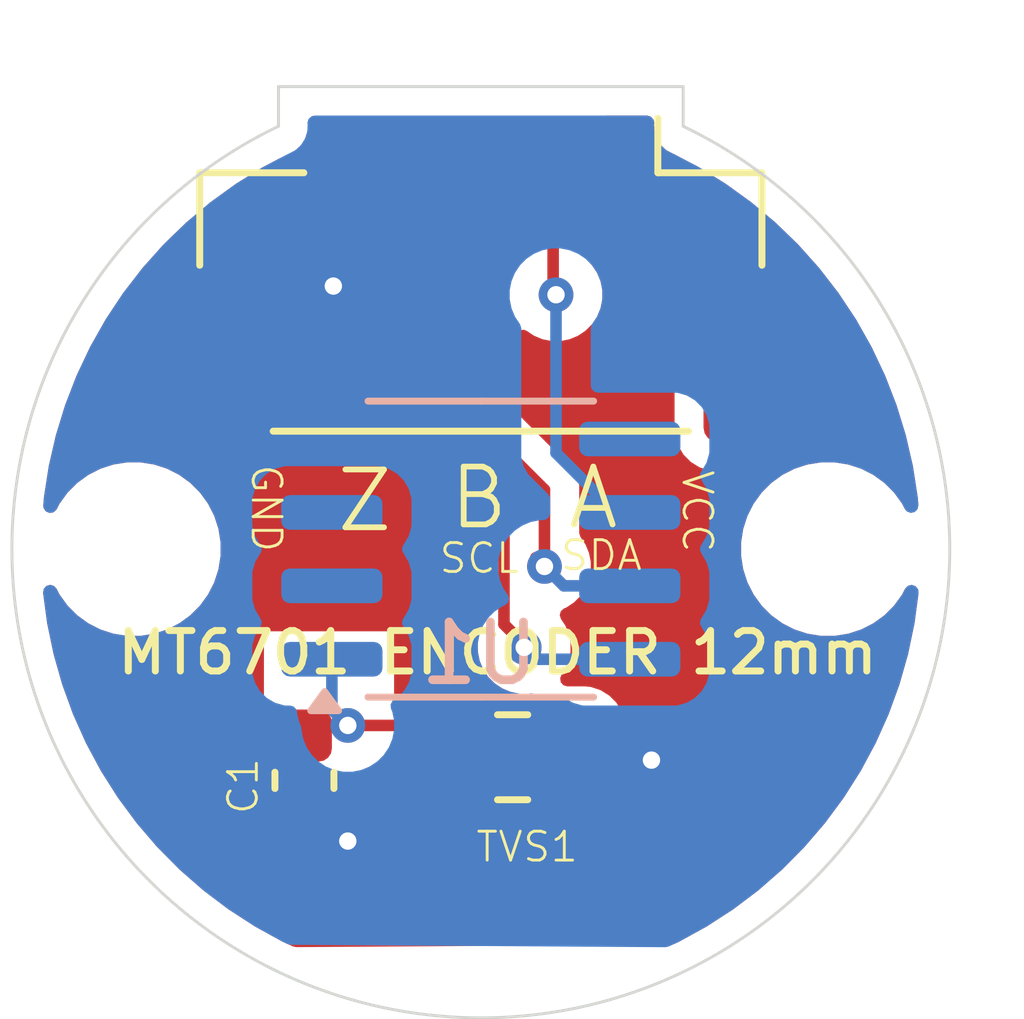
<source format=kicad_pcb>
(kicad_pcb (version 20241229) (generator "pcbnew") (generator_version "9.0")
  (layers (0 "F.Cu" signal) (2 "B.Cu" signal) (13 "F.Paste" user) (15 "B.Paste" user) (5 "F.SilkS" user "F.Silkscreen") (7 "B.SilkS" user "B.Silkscreen") (1 "F.Mask" user) (3 "B.Mask" user) (25 "Edge.Cuts" user))
  (net 0 "")
  (net 1 "Vcc")
  (net 2 "GND")
  (net 3 "ENC_A")
  (net 4 "ENC_B")
  (net 7 "ENC_Z")
  (footprint "Capacitor_SMD:C_0805_2012Metric" (layer "F.Cu") (at 100.55 103.6)
    (property "Reference" "TVS1" (at 0.25 1.55 0) (layer "F.SilkS") (effects (font (size 0.5 0.5) (thickness 0.05))))
    (property "Value" "SMFJ6.0A / SMFJ6.0CA")
    (fp_line (start -0.261252 -0.735) (end 0.261252 -0.735) (stroke (width 0.12)) (layer "F.SilkS"))
    (fp_line (start -0.261252 0.735) (end 0.261252 0.735) (stroke (width 0.12)) (layer "F.SilkS"))
    (pad "1" smd roundrect (at -0.95 0) (size 1 1.45) (layers "F.Cu" "F.Mask" "F.Paste") (net 1 "Vcc"))
    (pad "2" smd roundrect (at 0.95 0) (size 1 1.45) (layers "F.Cu" "F.Mask" "F.Paste") (net 2 "GND"))
  )
  (footprint "Capacitor_SMD:C_0603_1608Metric" (layer "F.Cu") (at 96.95 104 -90)
    (property "Reference" "C1" (at 0.1 1.06 90) (layer "F.SilkS") (effects (font (size 0.5 0.5) (thickness 0.05))))
    (property "Value" "C_Small")
    (fp_line (start -0.14058 0.51) (end 0.14058 0.51) (stroke (width 0.12)) (layer "F.SilkS"))
    (fp_line (start -0.14058 -0.51) (end 0.14058 -0.51) (stroke (width 0.12)) (layer "F.SilkS"))
    (pad "1" smd roundrect (at -0.775 0 270) (size 0.9 0.95) (layers "F.Cu" "F.Mask" "F.Paste") (net 1 "Vcc"))
    (pad "2" smd roundrect (at 0.775 0 270) (size 0.9 0.95) (layers "F.Cu" "F.Mask" "F.Paste") (net 2 "GND"))
  )
  (footprint "" (layer "F.Cu") (at 94 100)
    (property "Reference" "" (at 0 0 0) (layer "F.SilkS") (effects (font (size 1.27 1.27))))
    (property "Value" "")
    (pad "" np_thru_hole circle (at 0 0) (size 2.5 2.5) (drill 2.5) (layers "*.Cu" "*.Mask"))
  )
  (footprint "" (layer "F.Cu") (at 106 100)
    (property "Reference" "" (at 0 0 0) (layer "F.SilkS") (effects (font (size 1.27 1.27))))
    (property "Value" "")
    (pad "" np_thru_hole circle (at 0 0) (size 2.5 2.5) (drill 2.5) (layers "*.Cu" "*.Mask"))
  )
  (footprint "Connector_JST:JST_GH_BM05B-GHS-TBT_1x05-1MP_P1.25mm_Vertical" (layer "F.Cu") (at 100 95.35 180)
    (property "Reference" "J5" (hide yes))
    (property "Value" "Conn_01x05")
    (fp_line (start 4.86 1.86) (end 3.06 1.86) (stroke (width 0.12)) (layer "F.SilkS"))
    (fp_line (start 4.86 0.26) (end 4.86 1.86) (stroke (width 0.12)) (layer "F.SilkS"))
    (fp_line (start -3.06 1.86) (end -3.06 2.8) (stroke (width 0.12)) (layer "F.SilkS"))
    (fp_line (start -3.59 -2.61) (end 3.59 -2.61) (stroke (width 0.12)) (layer "F.SilkS"))
    (fp_line (start -4.86 1.86) (end -3.06 1.86) (stroke (width 0.12)) (layer "F.SilkS"))
    (fp_line (start -4.86 0.26) (end -4.86 1.86) (stroke (width 0.12)) (layer "F.SilkS"))
    (pad "1" smd roundrect (at -2.5 1.95 180) (size 0.6 1.7) (layers "F.Cu" "F.Mask" "F.Paste") (net 1 "Vcc"))
    (pad "2" smd roundrect (at -1.25 1.95 180) (size 0.6 1.7) (layers "F.Cu" "F.Mask" "F.Paste") (net 3 "ENC_A"))
    (pad "3" smd roundrect (at 0 1.95 180) (size 0.6 1.7) (layers "F.Cu" "F.Mask" "F.Paste") (net 4 "ENC_B"))
    (pad "4" smd roundrect (at 1.25 1.95 180) (size 0.6 1.7) (layers "F.Cu" "F.Mask" "F.Paste") (net 7 "ENC_Z"))
    (pad "5" smd roundrect (at 2.5 1.95 180) (size 0.6 1.7) (layers "F.Cu" "F.Mask" "F.Paste") (net 2 "GND"))
    (pad "MP" smd roundrect (at -4.35 -1.4 180) (size 1 2.8) (layers "F.Cu" "F.Mask" "F.Paste"))
    (pad "MP" smd roundrect (at 4.35 -1.4 180) (size 1 2.8) (layers "F.Cu" "F.Mask" "F.Paste"))
  )
  (footprint "Package_SO:SO-8_3.9x4.9mm_P1.27mm" (layer "B.Cu") (at 100 100)
    (property "Reference" "U1" (at -0.025 1.805 0) (layer "B.SilkS") (effects (justify mirror)))
    (property "Value" "MT6701CT")
    (fp_line (start 0 -2.56) (end -1.95 -2.56) (stroke (width 0.12)) (layer "B.SilkS"))
    (fp_line (start 0 -2.56) (end 1.95 -2.56) (stroke (width 0.12)) (layer "B.SilkS"))
    (fp_line (start 0 2.56) (end -1.95 2.56) (stroke (width 0.12)) (layer "B.SilkS"))
    (fp_line (start 0 2.56) (end 1.95 2.56) (stroke (width 0.12)) (layer "B.SilkS"))
    (fp_poly (pts (xy -2.7 2.465) (xy -2.94 2.795) (xy -2.46 2.795) (xy -2.7 2.465)) (stroke (width 0.12)) (fill yes) (layer "B.SilkS"))
    (pad "1" smd roundrect (at -2.575 1.905) (size 1.75 0.6) (layers "B.Cu" "B.Mask" "B.Paste") (net 1 "Vcc"))
    (pad "2" smd roundrect (at -2.575 0.635) (size 1.75 0.6) (layers "B.Cu" "B.Mask" "B.Paste"))
    (pad "3" smd roundrect (at -2.575 -0.635) (size 1.75 0.6) (layers "B.Cu" "B.Mask" "B.Paste"))
    (pad "4" smd roundrect (at -2.575 -1.905) (size 1.75 0.6) (layers "B.Cu" "B.Mask" "B.Paste") (net 2 "GND"))
    (pad "5" smd roundrect (at 2.575 -1.905) (size 1.75 0.6) (layers "B.Cu" "B.Mask" "B.Paste"))
    (pad "6" smd roundrect (at 2.575 -0.635) (size 1.75 0.6) (layers "B.Cu" "B.Mask" "B.Paste") (net 3 "ENC_A"))
    (pad "7" smd roundrect (at 2.575 0.635) (size 1.75 0.6) (layers "B.Cu" "B.Mask" "B.Paste") (net 4 "ENC_B"))
    (pad "8" smd roundrect (at 2.575 1.905) (size 1.75 0.6) (layers "B.Cu" "B.Mask" "B.Paste") (net 7 "ENC_Z"))
  )
  (gr_line (start 103.498509 92) (end 96.501491 92) (stroke (width 0.05)) (layer "Edge.Cuts"))
  (gr_arc (start 103.498509 92.686422) (mid 100 108.107278) (end 96.501491 92.686423) (stroke (width 0.05)) (layer "Edge.Cuts"))
  (gr_line (start 103.498509 92.686422) (end 103.498509 92) (stroke (width 0.05)) (layer "Edge.Cuts"))
  (gr_line (start 96.501491 92) (end 96.501491 92.686423) (stroke (width 0.05)) (layer "Edge.Cuts"))
  (gr_text "GND" (at 96 98.5 270) (layer "F.SilkS") (effects (font (size 0.5 0.5) (thickness 0.05)) (justify left bottom)))
  (gr_text "SDA" (at 101.35 100.4 0) (layer "F.SilkS") (effects (font (size 0.5 0.5) (thickness 0.05)) (justify left bottom)))
  (gr_text "SCL\n" (at 99.25 100.45 0) (layer "F.SilkS") (effects (font (size 0.5 0.5) (thickness 0.05)) (justify left bottom)))
  (gr_text "VCC\n" (at 103.45 98.6 270) (layer "F.SilkS") (effects (font (size 0.5 0.5) (thickness 0.05)) (justify left bottom)))
  (gr_text "B" (at 99.4 99.7 0) (layer "F.SilkS") (effects (font (size 1 1) (thickness 0.1)) (justify left bottom)))
  (gr_text "MT6701 ENCODER 12mm" (at 100.288748 102.2 0) (layer "F.SilkS") (effects (font (size 0.7 0.7) (thickness 0.12) (bold yes)) (justify bottom)))
  (gr_text "Z" (at 97.45 99.75 0) (layer "F.SilkS") (effects (font (size 1 1) (thickness 0.1)) (justify left bottom)))
  (gr_text "A" (at 101.45 99.7 0) (layer "F.SilkS") (effects (font (size 1 1) (thickness 0.1)) (justify left bottom)))
  (segment (start 97.7 103.05) (end 97.125 103.05) (width 0.2) (layer "F.Cu") (net 1))
  (segment (start 99.05 103.05) (end 99.6 103.6) (width 0.2) (layer "F.Cu") (net 1))
  (segment (start 97.125 103.05) (end 96.95 103.225) (width 0.2) (layer "F.Cu") (net 1))
  (segment (start 97.7 103.05) (end 99.05 103.05) (width 0.2) (layer "F.Cu") (net 1))
  (via (at 97.7 103.05) (size 0.6) (drill 0.3) (layers "F.Cu" "B.Cu") (net 1))
  (segment (start 97.425 102.775) (end 97.7 103.05) (width 0.2) (layer "B.Cu") (net 1))
  (segment (start 97.425 101.905) (end 97.425 102.775) (width 0.2) (layer "B.Cu") (net 1))
  (segment (start 96.95 104.775) (end 97.425 104.775) (width 0.2) (layer "F.Cu") (net 2))
  (segment (start 97.5 93.05) (end 97.5 95.4) (width 0.2) (layer "F.Cu") (net 2))
  (segment (start 97.425 104.775) (end 97.7 105.05) (width 0.2) (layer "F.Cu") (net 2))
  (segment (start 101.5 103.6) (end 102.9 103.6) (width 0.2) (layer "F.Cu") (net 2))
  (segment (start 97.5 95.4) (end 97.45 95.45) (width 0.2) (layer "F.Cu") (net 2))
  (segment (start 102.9 103.6) (end 102.95 103.65) (width 0.2) (layer "F.Cu") (net 2))
  (via (at 102.95 103.65) (size 0.6) (drill 0.3) (layers "F.Cu" "B.Cu") (net 2))
  (via (at 97.45 95.45) (size 0.6) (drill 0.3) (layers "F.Cu" "B.Cu") (net 2))
  (via (at 97.7 105.05) (size 0.6) (drill 0.3) (layers "F.Cu" "B.Cu") (net 2))
  (segment (start 101.25 93.05) (end 101.25 95.55) (width 0.2) (layer "F.Cu") (net 3))
  (segment (start 101.3 93.7) (end 101.25 93.65) (width 0.2) (layer "F.Cu") (net 3))
  (segment (start 101.25 95.55) (end 101.3 95.6) (width 0.2) (layer "F.Cu") (net 3))
  (via (at 101.3 95.6) (size 0.6) (drill 0.3) (layers "F.Cu" "B.Cu") (net 3))
  (segment (start 102.328032 99.365) (end 101.3 98.336968) (width 0.2) (layer "B.Cu") (net 3))
  (segment (start 101.3 98.336968) (end 101.3 95.6) (width 0.2) (layer "B.Cu") (net 3))
  (segment (start 102.575 99.365) (end 102.328032 99.365) (width 0.2) (layer "B.Cu") (net 3))
  (segment (start 100 97.8729) (end 100 93.05) (width 0.2) (layer "F.Cu") (net 4))
  (segment (start 101.1 98.9729) (end 101.1 100.3) (width 0.2) (layer "F.Cu") (net 4))
  (segment (start 101.1 100.3) (end 100.95 100.15) (width 0.2) (layer "F.Cu") (net 4))
  (segment (start 100 97.8729) (end 101.1 98.9729) (width 0.2) (layer "F.Cu") (net 4))
  (via (at 101.1 100.3) (size 0.6) (drill 0.3) (layers "F.Cu" "B.Cu") (net 4))
  (segment (start 101.435 100.635) (end 101.1 100.3) (width 0.2) (layer "B.Cu") (net 4))
  (segment (start 102.575 100.635) (end 101.435 100.635) (width 0.2) (layer "B.Cu") (net 4))
  (segment (start 100.4 98.84) (end 98.75 97.19) (width 0.2) (layer "F.Cu") (net 7))
  (segment (start 98.75 97.19) (end 98.75 93.05) (width 0.2) (layer "F.Cu") (net 7))
  (segment (start 100.75 101.65) (end 100.4 101.3) (width 0.2) (layer "F.Cu") (net 7))
  (segment (start 100.75 101.7) (end 100.75 101.65) (width 0.2) (layer "F.Cu") (net 7))
  (segment (start 100.4 101.3) (end 100.4 98.84) (width 0.2) (layer "F.Cu") (net 7))
  (via (at 100.75 101.7) (size 0.6) (drill 0.3) (layers "F.Cu" "B.Cu") (net 7))
  (segment (start 101.005 101.905) (end 100.8 101.7) (width 0.2) (layer "B.Cu") (net 7))
  (segment (start 100.8 101.7) (end 100.75 101.7) (width 0.2) (layer "B.Cu") (net 7))
  (segment (start 102.575 101.905) (end 101.005 101.905) (width 0.2) (layer "B.Cu") (net 7))
  (zone (net 1) (net_name "Vcc") (layer "F.Cu") (priority 1) (connect_pads yes (clearance 0.5)) (min_thickness 0.25) (fill yes (thermal_gap 0.5) (thermal_bridge_width 0.5))
    (polygon (pts (xy 91.937801 91.715179) (xy 91.987801 106.915179) (xy 107.587801 106.815179) (xy 107.537801 91.715179)))
  )
  (zone (net 0) (net_name "") (layer "F.Cu") (connect_pads (clearance 0)) (min_thickness 0.25)
    (keepout (tracks allowed) (vias allowed) (pads allowed) (copperpour not_allowed) (footprints allowed))
    (fill (thermal_gap 0.5) (thermal_bridge_width 0.5))
    (polygon (pts (xy 96.25 101.421862) (xy 96.25 104.271862) (xy 98.5 104.271862) (xy 98.5 101.421862)))
  )
  (zone (net 2) (net_name "GND") (layer "B.Cu") (connect_pads yes (clearance 0.5)) (min_thickness 0.25) (fill yes (thermal_gap 0.5) (thermal_bridge_width 0.5))
    (polygon (pts (xy 91.952801 91.865179) (xy 107.452801 91.965179) (xy 107.702801 106.915179) (xy 92.202801 106.815179)))
  )
)
</source>
